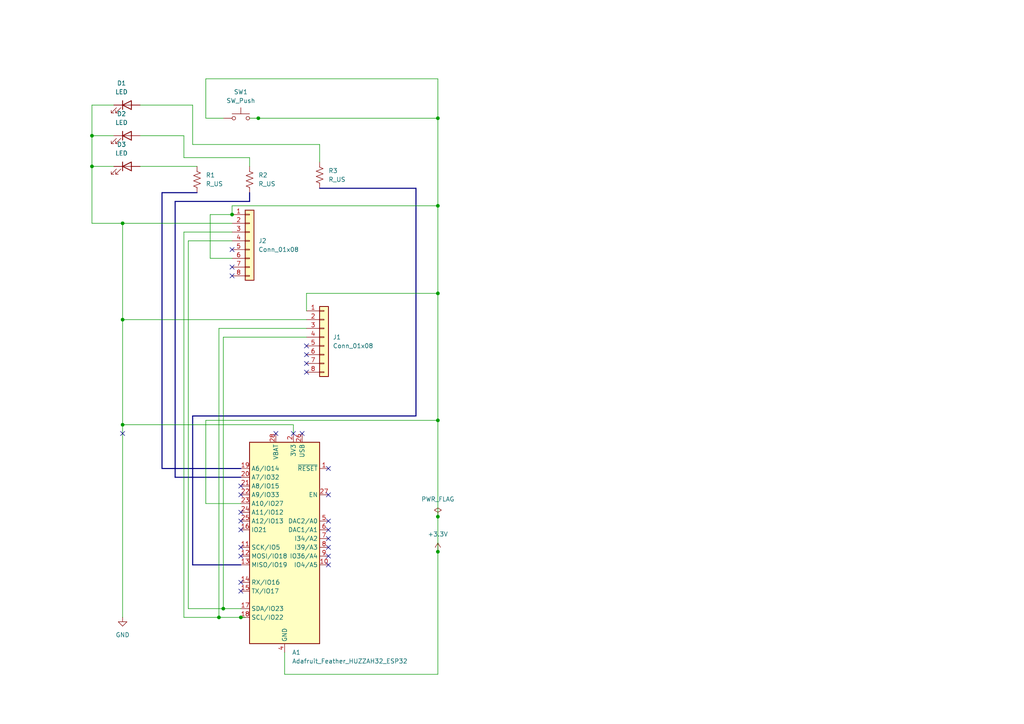
<source format=kicad_sch>
(kicad_sch (version 20250114) (generator "eeschema") (generator_version "9.0")
  (paper "A4")
  (lib_symbols
    (symbol "Connector_Generic:Conn_01x08" (pin_names (offset 1.016) (hide yes))
      (property "Reference" "J" (at 0 10.16 0))
      (property "Value" "Conn_01x08" (at 0 -12.7 0))
      (symbol "Conn_01x08_1_1"
        (rectangle (start -1.27 8.89) (end 1.27 -11.43) (stroke (width 0.254)) (fill (type background)))
        (rectangle (start -1.27 7.747) (end 0 7.493) (stroke (width 0.1524)))
        (rectangle (start -1.27 5.207) (end 0 4.953) (stroke (width 0.1524)))
        (rectangle (start -1.27 2.667) (end 0 2.413) (stroke (width 0.1524)))
        (rectangle (start -1.27 0.127) (end 0 -0.127) (stroke (width 0.1524)))
        (rectangle (start -1.27 -2.413) (end 0 -2.667) (stroke (width 0.1524)))
        (rectangle (start -1.27 -4.953) (end 0 -5.207) (stroke (width 0.1524)))
        (rectangle (start -1.27 -7.493) (end 0 -7.747) (stroke (width 0.1524)))
        (rectangle (start -1.27 -10.033) (end 0 -10.287) (stroke (width 0.1524)))
        (pin passive line (at -5.08 7.62 0) (length 3.81) (name "Pin_1") (number "1"))
        (pin passive line (at -5.08 5.08 0) (length 3.81) (name "Pin_2") (number "2"))
        (pin passive line (at -5.08 2.54 0) (length 3.81) (name "Pin_3") (number "3"))
        (pin passive line (at -5.08 0 0) (length 3.81) (name "Pin_4") (number "4"))
        (pin passive line (at -5.08 -2.54 0) (length 3.81) (name "Pin_5") (number "5"))
        (pin passive line (at -5.08 -5.08 0) (length 3.81) (name "Pin_6") (number "6"))
        (pin passive line (at -5.08 -7.62 0) (length 3.81) (name "Pin_7") (number "7"))
        (pin passive line (at -5.08 -10.16 0) (length 3.81) (name "Pin_8") (number "8"))
      )
    )
    (symbol "Device:LED" (pin_numbers (hide yes)) (pin_names (offset 1.016) (hide yes))
      (property "Reference" "D" (at 0 2.54 0))
      (property "Value" "LED" (at 0 -2.54 0))
      (symbol "LED_0_1"
        (polyline (pts (xy -3.048 -0.762) (xy -4.572 -2.286) (xy -3.81 -2.286) (xy -4.572 -2.286) (xy -4.572 -1.524)))
        (polyline (pts (xy -1.778 -0.762) (xy -3.302 -2.286) (xy -2.54 -2.286) (xy -3.302 -2.286) (xy -3.302 -1.524)))
        (polyline (pts (xy -1.27 0) (xy 1.27 0)))
        (polyline (pts (xy -1.27 -1.27) (xy -1.27 1.27)) (stroke (width 0.254)))
        (polyline (pts (xy 1.27 -1.27) (xy 1.27 1.27) (xy -1.27 0) (xy 1.27 -1.27)) (stroke (width 0.254)))
      )
      (symbol "LED_1_1"
        (pin passive line (at -3.81 0 0) (length 2.54) (name "K") (number "1"))
        (pin passive line (at 3.81 0 180) (length 2.54) (name "A") (number "2"))
      )
    )
    (symbol "Device:R_US" (pin_numbers (hide yes)) (pin_names (offset 0))
      (property "Reference" "R" (at 2.54 0 90))
      (property "Value" "R_US" (at -2.54 0 90))
      (symbol "R_US_0_1"
        (polyline (pts (xy 0 2.286) (xy 0 2.54)))
        (polyline (pts (xy 0 2.286) (xy 1.016 1.905) (xy 0 1.524) (xy -1.016 1.143) (xy 0 0.762)))
        (polyline (pts (xy 0 0.762) (xy 1.016 0.381) (xy 0 0) (xy -1.016 -0.381) (xy 0 -0.762)))
        (polyline (pts (xy 0 -0.762) (xy 1.016 -1.143) (xy 0 -1.524) (xy -1.016 -1.905) (xy 0 -2.286)))
        (polyline (pts (xy 0 -2.286) (xy 0 -2.54)))
      )
      (symbol "R_US_1_1"
        (pin passive line (at 0 3.81 270) (length 1.27) (name "~") (number "1"))
        (pin passive line (at 0 -3.81 90) (length 1.27) (name "~") (number "2"))
      )
    )
    (symbol "MCU_Module:Adafruit_Feather_HUZZAH32_ESP32"
      (property "Reference" "A" (at -10.16 29.21 0))
      (property "Value" "Adafruit_Feather_HUZZAH32_ESP32" (at 2.54 -31.75 0))
      (symbol "Adafruit_Feather_HUZZAH32_ESP32_0_1"
        (rectangle (start -10.16 27.94) (end 10.16 -30.48) (stroke (width 0.254)) (fill (type background)))
      )
      (symbol "Adafruit_Feather_HUZZAH32_ESP32_1_1"
        (pin bidirectional line (at -12.7 20.32 0) (length 2.54) (name "A6/IO14") (number "19"))
        (pin bidirectional line (at -12.7 17.78 0) (length 2.54) (name "A7/IO32") (number "20"))
        (pin bidirectional line (at -12.7 15.24 0) (length 2.54) (name "A8/IO15") (number "21"))
        (pin bidirectional line (at -12.7 12.7 0) (length 2.54) (name "A9/IO33") (number "22"))
        (pin bidirectional line (at -12.7 10.16 0) (length 2.54) (name "A10/IO27") (number "23"))
        (pin bidirectional line (at -12.7 7.62 0) (length 2.54) (name "A11/IO12") (number "24"))
        (pin bidirectional line (at -12.7 5.08 0) (length 2.54) (name "A12/IO13") (number "25"))
        (pin bidirectional line (at -12.7 2.54 0) (length 2.54) (name "IO21") (number "16"))
        (pin bidirectional line (at -12.7 -2.54 0) (length 2.54) (name "SCK/IO5") (number "11"))
        (pin bidirectional line (at -12.7 -5.08 0) (length 2.54) (name "MOSI/IO18") (number "12"))
        (pin bidirectional line (at -12.7 -7.62 0) (length 2.54) (name "MISO/IO19") (number "13"))
        (pin bidirectional line (at -12.7 -12.7 0) (length 2.54) (name "RX/IO16") (number "14"))
        (pin bidirectional line (at -12.7 -15.24 0) (length 2.54) (name "TX/IO17") (number "15"))
        (pin bidirectional line (at -12.7 -20.32 0) (length 2.54) (name "SDA/IO23") (number "17"))
        (pin bidirectional line (at -12.7 -22.86 0) (length 2.54) (name "SCL/IO22") (number "18"))
        (pin power_in line (at -2.54 30.48 270) (length 2.54) (name "VBAT") (number "28"))
        (pin power_in line (at 0 -33.02 90) (length 2.54) (name "GND") (number "4"))
        (pin power_in line (at 2.54 30.48 270) (length 2.54) (name "3V3") (number "2"))
        (pin power_in line (at 5.08 30.48 270) (length 2.54) (name "USB") (number "26"))
        (pin no_connect line (at 10.16 10.16 180) (length 2.54) (hide yes) (name "NC") (number "3"))
        (pin input line (at 12.7 20.32 180) (length 2.54) (name "~{RESET}") (number "1"))
        (pin input line (at 12.7 12.7 180) (length 2.54) (name "EN") (number "27"))
        (pin bidirectional line (at 12.7 5.08 180) (length 2.54) (name "DAC2/A0") (number "5"))
        (pin bidirectional line (at 12.7 2.54 180) (length 2.54) (name "DAC1/A1") (number "6"))
        (pin bidirectional line (at 12.7 0 180) (length 2.54) (name "I34/A2") (number "7"))
        (pin bidirectional line (at 12.7 -2.54 180) (length 2.54) (name "I39/A3") (number "8"))
        (pin bidirectional line (at 12.7 -5.08 180) (length 2.54) (name "IO36/A4") (number "9"))
        (pin bidirectional line (at 12.7 -7.62 180) (length 2.54) (name "IO4/A5") (number "10"))
      )
    )
    (symbol "Switch:SW_Push" (pin_numbers (hide yes)) (pin_names (offset 1.016) (hide yes))
      (property "Reference" "SW" (at 1.27 2.54 0))
      (property "Value" "SW_Push" (at 0 -1.524 0))
      (symbol "SW_Push_0_1"
        (circle (center -2.032 0) (radius 0.508))
        (polyline (pts (xy 0 1.27) (xy 0 3.048)))
        (circle (center 2.032 0) (radius 0.508))
        (polyline (pts (xy 2.54 1.27) (xy -2.54 1.27)))
        (pin passive line (at -5.08 0 0) (length 2.54) (name "1") (number "1"))
        (pin passive line (at 5.08 0 180) (length 2.54) (name "2") (number "2"))
      )
    )
    (symbol "power:+3.3V" (power) (pin_numbers (hide yes)) (pin_names (offset 0) (hide yes))
      (property "Value" "+3.3V" (at 0 3.556 0))
      (symbol "+3.3V_0_1"
        (polyline (pts (xy -0.762 1.27) (xy 0 2.54)))
        (polyline (pts (xy 0 2.54) (xy 0.762 1.27)))
        (polyline (pts (xy 0 0) (xy 0 2.54)))
      )
      (symbol "+3.3V_1_1"
        (pin power_in line (at 0 0 90) (length 0) (name "~") (number "1"))
      )
    )
    (symbol "power:GND" (power) (pin_numbers (hide yes)) (pin_names (offset 0) (hide yes))
      (property "Value" "GND" (at 0 -3.81 0))
      (symbol "GND_0_1"
        (polyline (pts (xy 0 0) (xy 0 -1.27) (xy 1.27 -1.27) (xy 0 -2.54) (xy -1.27 -1.27) (xy 0 -1.27)))
      )
      (symbol "GND_1_1"
        (pin power_in line (at 0 0 270) (length 0) (name "~") (number "1"))
      )
    )
    (symbol "power:PWR_FLAG" (power) (pin_numbers (hide yes)) (pin_names (offset 0) (hide yes))
      (property "Value" "PWR_FLAG" (at 0 3.81 0))
      (symbol "PWR_FLAG_0_0"
        (pin power_out line (at 0 0 90) (length 0) (name "~") (number "1"))
      )
      (symbol "PWR_FLAG_0_1"
        (polyline (pts (xy 0 0) (xy 0 1.27) (xy -1.016 1.905) (xy 0 2.54) (xy 1.016 1.905) (xy 0 1.27)))
      )
    )
  )
  (junction (at 35.56 64.77))
  (junction (at 127 121.92))
  (junction (at 64.77 176.53))
  (junction (at 74.93 34.29))
  (junction (at 26.67 39.37))
  (junction (at 67.31 62.23))
  (junction (at 69.85 179.07))
  (junction (at 63.5 179.07))
  (junction (at 26.67 48.26))
  (junction (at 127 85.09))
  (junction (at 127 59.69))
  (junction (at 127 160.02))
  (junction (at 127 149.86))
  (junction (at 127 34.29))
  (junction (at 35.56 123.19))
  (junction (at 35.56 92.71))
  (no_connect (at 95.25 163.83))
  (no_connect (at 95.25 156.21))
  (no_connect (at 69.85 151.13))
  (no_connect (at 88.9 105.41))
  (no_connect (at 35.56 125.73))
  (no_connect (at 95.25 161.29))
  (no_connect (at 85.09 125.73))
  (no_connect (at 95.25 158.75))
  (no_connect (at 67.31 80.01))
  (no_connect (at 69.85 148.59))
  (no_connect (at 80.01 125.73))
  (no_connect (at 67.31 72.39))
  (no_connect (at 88.9 102.87))
  (no_connect (at 87.63 125.73))
  (no_connect (at 88.9 107.95))
  (no_connect (at 69.85 153.67))
  (no_connect (at 67.31 77.47))
  (no_connect (at 95.25 153.67))
  (no_connect (at 88.9 100.33))
  (no_connect (at 69.85 161.29))
  (no_connect (at 95.25 135.89))
  (no_connect (at 69.85 158.75))
  (no_connect (at 95.25 143.51))
  (no_connect (at 69.85 140.97))
  (no_connect (at 69.85 143.51))
  (no_connect (at 95.25 151.13))
  (no_connect (at 69.85 168.91))
  (no_connect (at 69.85 171.45))
  (wire (pts (xy 69.85 179.07) (xy 71.12 179.07)))
  (bus (pts (xy 50.8 58.42) (xy 72.39 58.42)))
  (wire (pts (xy 63.5 179.07) (xy 63.5 95.25)))
  (wire (pts (xy 53.34 179.07) (xy 53.34 67.31)))
  (wire (pts (xy 40.64 30.48) (xy 55.88 30.48)))
  (bus (pts (xy 69.85 163.83) (xy 55.88 163.83)))
  (wire (pts (xy 59.69 121.92) (xy 127 121.92)))
  (wire (pts (xy 59.69 121.92) (xy 59.69 146.05)))
  (wire (pts (xy 59.69 22.86) (xy 127 22.86)))
  (wire (pts (xy 127 121.92) (xy 127 149.86)))
  (bus (pts (xy 120.65 120.65) (xy 120.65 54.61)))
  (bus (pts (xy 46.99 55.88) (xy 57.15 55.88)))
  (wire (pts (xy 92.71 41.91) (xy 92.71 46.99)))
  (wire (pts (xy 26.67 48.26) (xy 26.67 64.77)))
  (wire (pts (xy 85.09 125.73) (xy 85.09 123.19)))
  (wire (pts (xy 54.61 176.53) (xy 54.61 69.85)))
  (wire (pts (xy 88.9 85.09) (xy 127 85.09)))
  (bus (pts (xy 55.88 163.83) (xy 55.88 120.65)))
  (wire (pts (xy 40.64 39.37) (xy 53.34 39.37)))
  (wire (pts (xy 64.77 97.79) (xy 88.9 97.79)))
  (wire (pts (xy 127 85.09) (xy 127 121.92)))
  (wire (pts (xy 54.61 69.85) (xy 67.31 69.85)))
  (bus (pts (xy 92.71 54.61) (xy 120.65 54.61)))
  (wire (pts (xy 35.56 92.71) (xy 35.56 123.19)))
  (wire (pts (xy 67.31 59.69) (xy 127 59.69)))
  (wire (pts (xy 33.02 48.26) (xy 26.67 48.26)))
  (bus (pts (xy 69.85 135.89) (xy 46.99 135.89)))
  (wire (pts (xy 82.55 195.58) (xy 127 195.58)))
  (wire (pts (xy 53.34 179.07) (xy 63.5 179.07)))
  (wire (pts (xy 63.5 179.07) (xy 69.85 179.07)))
  (wire (pts (xy 127 22.86) (xy 127 34.29)))
  (wire (pts (xy 88.9 90.17) (xy 88.9 85.09)))
  (wire (pts (xy 53.34 45.72) (xy 72.39 45.72)))
  (wire (pts (xy 53.34 39.37) (xy 53.34 45.72)))
  (wire (pts (xy 35.56 123.19) (xy 35.56 179.07)))
  (bus (pts (xy 72.39 55.88) (xy 72.39 58.42)))
  (wire (pts (xy 60.96 74.93) (xy 67.31 74.93)))
  (wire (pts (xy 40.64 48.26) (xy 57.15 48.26)))
  (wire (pts (xy 35.56 64.77) (xy 35.56 92.71)))
  (wire (pts (xy 26.67 64.77) (xy 35.56 64.77)))
  (wire (pts (xy 64.77 176.53) (xy 54.61 176.53)))
  (wire (pts (xy 26.67 39.37) (xy 26.67 48.26)))
  (wire (pts (xy 127 34.29) (xy 127 59.69)))
  (wire (pts (xy 64.77 176.53) (xy 64.77 97.79)))
  (wire (pts (xy 33.02 39.37) (xy 26.67 39.37)))
  (wire (pts (xy 35.56 123.19) (xy 85.09 123.19)))
  (wire (pts (xy 82.55 189.23) (xy 82.55 195.58)))
  (wire (pts (xy 72.39 34.29) (xy 74.93 34.29)))
  (wire (pts (xy 69.85 176.53) (xy 64.77 176.53)))
  (wire (pts (xy 64.77 34.29) (xy 59.69 34.29)))
  (wire (pts (xy 59.69 146.05) (xy 69.85 146.05)))
  (wire (pts (xy 53.34 67.31) (xy 67.31 67.31)))
  (wire (pts (xy 33.02 30.48) (xy 26.67 30.48)))
  (wire (pts (xy 67.31 62.23) (xy 60.96 62.23)))
  (wire (pts (xy 67.31 64.77) (xy 35.56 64.77)))
  (wire (pts (xy 63.5 95.25) (xy 88.9 95.25)))
  (wire (pts (xy 127 149.86) (xy 127 160.02)))
  (wire (pts (xy 88.9 92.71) (xy 35.56 92.71)))
  (wire (pts (xy 55.88 30.48) (xy 55.88 41.91)))
  (wire (pts (xy 67.31 62.23) (xy 67.31 59.69)))
  (bus (pts (xy 55.88 120.65) (xy 120.65 120.65)))
  (bus (pts (xy 69.85 138.43) (xy 50.8 138.43)))
  (wire (pts (xy 127 160.02) (xy 127 195.58)))
  (wire (pts (xy 55.88 41.91) (xy 92.71 41.91)))
  (wire (pts (xy 60.96 62.23) (xy 60.96 74.93)))
  (wire (pts (xy 127 59.69) (xy 127 85.09)))
  (wire (pts (xy 59.69 34.29) (xy 59.69 22.86)))
  (wire (pts (xy 74.93 34.29) (xy 127 34.29)))
  (wire (pts (xy 26.67 30.48) (xy 26.67 39.37)))
  (bus (pts (xy 46.99 135.89) (xy 46.99 55.88)))
  (bus (pts (xy 50.8 138.43) (xy 50.8 58.42)))
  (wire (pts (xy 72.39 45.72) (xy 72.39 48.26)))
  (symbol (lib_id "Device:R_US") (at 57.15 52.07 0) (unit 1)
    (property "Reference" "R1" (at 59.69 50.7999 0) (effects (justify left)))
    (property "Value" "R_US" (at 59.69 53.3399 0) (effects (justify left)))
    (property "Footprint" "Resistor_THT:R_Axial_DIN0207_L6.3mm_D2.5mm_P7.62mm_Horizontal" (effects (hide yes)))
    (property "Description" "Resistor, US symbol" (effects (hide yes)))
  )
  (symbol (lib_id "Device:LED") (at 36.83 30.48 0) (unit 1)
    (property "Reference" "D1" (at 35.2425 24.13 0))
    (property "Value" "LED" (at 35.2425 26.67 0))
    (property "Footprint" "LED_THT:LED_D5.0mm" (effects (hide yes)))
    (property "Description" "Light emitting diode" (effects (hide yes)))
    (property "Sim.Pins" "1=K 2=A" (effects (hide yes)))
  )
  (symbol (lib_id "MCU_Module:Adafruit_Feather_HUZZAH32_ESP32") (at 82.55 156.21 0) (unit 1)
    (property "Reference" "A1" (at 84.6933 189.23 0) (effects (justify left)))
    (property "Value" "Adafruit_Feather_HUZZAH32_ESP32" (at 84.6933 191.77 0) (effects (justify left)))
    (property "Footprint" "Module:Adafruit_Feather" (effects (hide yes)))
    (property "Datasheet" "https://cdn-learn.adafruit.com/downloads/pdf/adafruit-huzzah32-esp32-feather.pdf" (effects (hide yes)))
    (property "Description" "Microcontroller module with ESP32 MCU" (effects (hide yes)))
  )
  (symbol (lib_id "power:+3.3V") (at 127 160.02 0) (unit 1)
    (property "Reference" "#PWR02" (effects (hide yes)))
    (property "Value" "+3.3V" (at 127 154.94 0))
    (property "Description" "Power symbol creates a global label with name \"+3.3V\"" (effects (hide yes)))
  )
  (symbol (lib_id "Device:R_US") (at 92.71 50.8 0) (unit 1)
    (property "Reference" "R3" (at 95.25 49.5299 0) (effects (justify left)))
    (property "Value" "R_US" (at 95.25 52.0699 0) (effects (justify left)))
    (property "Footprint" "Resistor_THT:R_Axial_DIN0207_L6.3mm_D2.5mm_P7.62mm_Horizontal" (effects (hide yes)))
    (property "Description" "Resistor, US symbol" (effects (hide yes)))
  )
  (symbol (lib_id "power:PWR_FLAG") (at 127 149.86 0) (unit 1)
    (property "Reference" "#FLG01" (effects (hide yes)))
    (property "Value" "PWR_FLAG" (at 127 144.78 0))
    (property "Description" "Special symbol for telling ERC where power comes from" (effects (hide yes)))
  )
  (symbol (lib_id "Device:LED") (at 36.83 39.37 0) (unit 1)
    (property "Reference" "D2" (at 35.2425 33.02 0))
    (property "Value" "LED" (at 35.2425 35.56 0))
    (property "Footprint" "LED_THT:LED_D5.0mm" (effects (hide yes)))
    (property "Description" "Light emitting diode" (effects (hide yes)))
    (property "Sim.Pins" "1=K 2=A" (effects (hide yes)))
  )
  (symbol (lib_id "power:GND") (at 35.56 179.07 0) (unit 1)
    (property "Reference" "#PWR01" (effects (hide yes)))
    (property "Value" "GND" (at 35.56 184.15 0))
    (property "Description" "Power symbol creates a global label with name \"GND\" , ground" (effects (hide yes)))
  )
  (symbol (lib_id "Connector_Generic:Conn_01x08") (at 72.39 69.85 0) (unit 1)
    (property "Reference" "J2" (at 74.93 69.8499 0) (effects (justify left)))
    (property "Value" "Conn_01x08" (at 74.93 72.3899 0) (effects (justify left)))
    (property "Footprint" "Connector_PinHeader_2.54mm:PinHeader_1x08_P2.54mm_Vertical" (effects (hide yes)))
    (property "Description" "Generic connector, single row, 01x08, script generated (kicad-library-utils/schlib/autogen/connector/)" (effects (hide yes)))
  )
  (symbol (lib_id "Device:LED") (at 36.83 48.26 0) (unit 1)
    (property "Reference" "D3" (at 35.2425 41.91 0))
    (property "Value" "LED" (at 35.2425 44.45 0))
    (property "Footprint" "LED_THT:LED_D5.0mm" (effects (hide yes)))
    (property "Description" "Light emitting diode" (effects (hide yes)))
    (property "Sim.Pins" "1=K 2=A" (effects (hide yes)))
  )
  (symbol (lib_id "Connector_Generic:Conn_01x08") (at 93.98 97.79 0) (unit 1)
    (property "Reference" "J1" (at 96.52 97.7899 0) (effects (justify left)))
    (property "Value" "Conn_01x08" (at 96.52 100.3299 0) (effects (justify left)))
    (property "Footprint" "Connector_PinHeader_2.54mm:PinHeader_1x08_P2.54mm_Vertical" (effects (hide yes)))
    (property "Description" "Generic connector, single row, 01x08, script generated (kicad-library-utils/schlib/autogen/connector/)" (effects (hide yes)))
  )
  (symbol (lib_id "Device:R_US") (at 72.39 52.07 0) (unit 1)
    (property "Reference" "R2" (at 74.93 50.7999 0) (effects (justify left)))
    (property "Value" "R_US" (at 74.93 53.3399 0) (effects (justify left)))
    (property "Footprint" "Resistor_THT:R_Axial_DIN0207_L6.3mm_D2.5mm_P7.62mm_Horizontal" (effects (hide yes)))
    (property "Description" "Resistor, US symbol" (effects (hide yes)))
  )
  (symbol (lib_id "Switch:SW_Push") (at 69.85 34.29 0) (unit 1)
    (property "Reference" "SW1" (at 69.85 26.67 0))
    (property "Value" "SW_Push" (at 69.85 29.21 0))
    (property "Footprint" "Button_Switch_THT:SW_PUSH_6mm" (effects (hide yes)))
    (property "Description" "Push button switch, generic, two pins" (effects (hide yes)))
  )
)
</source>
